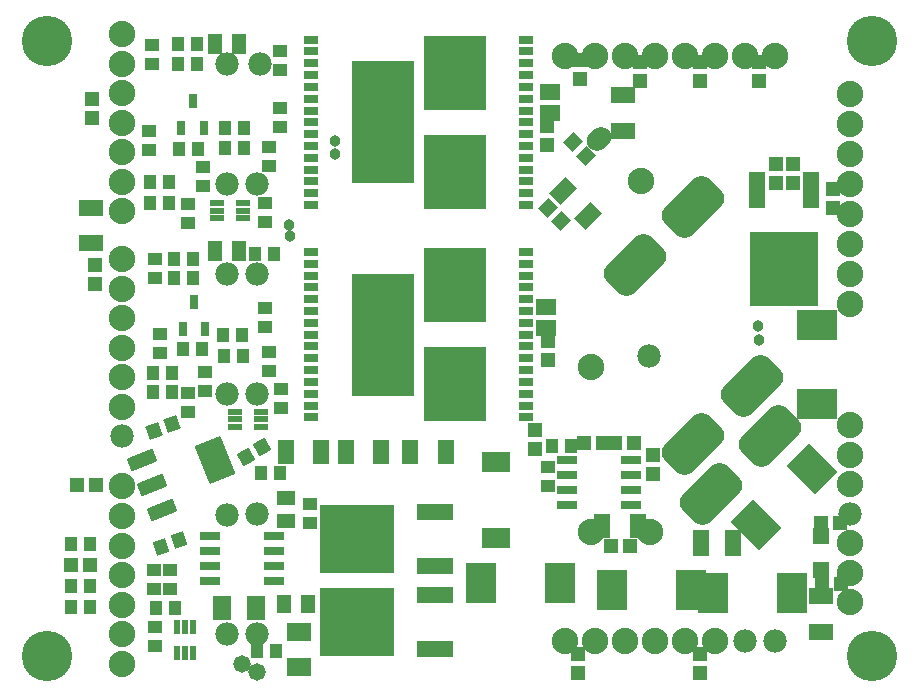
<source format=gbr>
%TF.GenerationSoftware,Altium Limited,Altium Designer,20.0.13 (296)*%
G04 Layer_Color=8388736*
%FSLAX45Y45*%
%MOMM*%
%TF.FileFunction,Soldermask,Top*%
%TF.Part,Single*%
G01*
G75*
%TA.AperFunction,SMDPad,CuDef*%
%ADD39R,1.30000X0.66500*%
%ADD40R,5.25000X6.23000*%
%ADD41R,5.25000X10.30000*%
%TA.AperFunction,ComponentPad*%
%ADD82C,2.23520*%
%ADD83C,1.98120*%
G04:AMPARAMS|DCode=84|XSize=1.7272mm|YSize=2.2352mm|CornerRadius=0mm|HoleSize=0mm|Usage=FLASHONLY|Rotation=135.000|XOffset=0mm|YOffset=0mm|HoleType=Round|Shape=Round|*
%AMOVALD84*
21,1,0.50800,1.72720,0.00000,0.00000,225.0*
1,1,1.72720,0.17961,0.17961*
1,1,1.72720,-0.17961,-0.17961*
%
%ADD84OVALD84*%

G04:AMPARAMS|DCode=85|XSize=5.2832mm|YSize=3.2512mm|CornerRadius=0.8636mm|HoleSize=0mm|Usage=FLASHONLY|Rotation=45.000|XOffset=0mm|YOffset=0mm|HoleType=Round|Shape=RoundedRectangle|*
%AMROUNDEDRECTD85*
21,1,5.28320,1.52400,0,0,45.0*
21,1,3.55600,3.25120,0,0,45.0*
1,1,1.72720,1.79605,0.71842*
1,1,1.72720,-0.71842,-1.79605*
1,1,1.72720,-1.79605,-0.71842*
1,1,1.72720,0.71842,1.79605*
%
%ADD85ROUNDEDRECTD85*%
%TA.AperFunction,ViaPad*%
%ADD86C,4.26720*%
%ADD87C,0.96520*%
%ADD88C,1.47320*%
%TA.AperFunction,SMDPad,CuDef*%
%ADD91R,1.10320X1.20320*%
%ADD92R,1.20320X1.10320*%
%ADD93R,1.15320X1.65320*%
%ADD94R,0.80320X1.20320*%
%ADD95R,1.15320X0.60320*%
%ADD96R,2.00320X1.35320*%
%ADD97R,1.20320X1.15320*%
G04:AMPARAMS|DCode=98|XSize=1.1532mm|YSize=1.2032mm|CornerRadius=0mm|HoleSize=0mm|Usage=FLASHONLY|Rotation=20.000|XOffset=0mm|YOffset=0mm|HoleType=Round|Shape=Rectangle|*
%AMROTATEDRECTD98*
4,1,4,-0.33607,-0.76253,-0.74759,0.36811,0.33607,0.76253,0.74759,-0.36811,-0.33607,-0.76253,0.0*
%
%ADD98ROTATEDRECTD98*%

G04:AMPARAMS|DCode=99|XSize=2.3532mm|YSize=1.1532mm|CornerRadius=0mm|HoleSize=0mm|Usage=FLASHONLY|Rotation=22.000|XOffset=0mm|YOffset=0mm|HoleType=Round|Shape=Rectangle|*
%AMROTATEDRECTD99*
4,1,4,-0.87493,-0.97538,-1.30692,0.09385,0.87493,0.97538,1.30692,-0.09385,-0.87493,-0.97538,0.0*
%
%ADD99ROTATEDRECTD99*%

G04:AMPARAMS|DCode=100|XSize=3.4532mm|YSize=2.3532mm|CornerRadius=0mm|HoleSize=0mm|Usage=FLASHONLY|Rotation=112.000|XOffset=0mm|YOffset=0mm|HoleType=Round|Shape=Rectangle|*
%AMROTATEDRECTD100*
4,1,4,1.73772,-1.16011,-0.44413,-2.04164,-1.73772,1.16011,0.44413,2.04164,1.73772,-1.16011,0.0*
%
%ADD100ROTATEDRECTD100*%

%ADD101R,1.75320X0.80320*%
G04:AMPARAMS|DCode=102|XSize=1.1032mm|YSize=1.2032mm|CornerRadius=0mm|HoleSize=0mm|Usage=FLASHONLY|Rotation=20.000|XOffset=0mm|YOffset=0mm|HoleType=Round|Shape=Rectangle|*
%AMROTATEDRECTD102*
4,1,4,-0.31257,-0.75398,-0.72410,0.37666,0.31257,0.75398,0.72410,-0.37666,-0.31257,-0.75398,0.0*
%
%ADD102ROTATEDRECTD102*%

%ADD103R,0.60320X1.15320*%
%ADD104R,1.50320X2.00320*%
%ADD105R,1.15320X1.60320*%
%ADD106R,2.00320X1.50320*%
%ADD107R,1.15320X1.20320*%
G04:AMPARAMS|DCode=108|XSize=1.1532mm|YSize=1.2032mm|CornerRadius=0mm|HoleSize=0mm|Usage=FLASHONLY|Rotation=210.000|XOffset=0mm|YOffset=0mm|HoleType=Round|Shape=Rectangle|*
%AMROTATEDRECTD108*
4,1,4,0.19855,0.80930,0.80015,-0.23270,-0.19855,-0.80930,-0.80015,0.23270,0.19855,0.80930,0.0*
%
%ADD108ROTATEDRECTD108*%

%ADD109R,1.35320X2.00320*%
%ADD110R,1.60320X1.15320*%
%ADD111R,6.30320X5.75320*%
%ADD112R,3.05320X1.45320*%
%ADD113R,2.65320X3.40320*%
%ADD114R,2.40320X1.80320*%
%ADD115R,1.34320X2.23320*%
%ADD116R,1.40320X1.40320*%
%ADD117R,1.40320X1.40320*%
G04:AMPARAMS|DCode=118|XSize=3.4032mm|YSize=2.6532mm|CornerRadius=0mm|HoleSize=0mm|Usage=FLASHONLY|Rotation=315.000|XOffset=0mm|YOffset=0mm|HoleType=Round|Shape=Rectangle|*
%AMROTATEDRECTD118*
4,1,4,-2.14126,0.26517,-0.26517,2.14126,2.14126,-0.26517,0.26517,-2.14126,-2.14126,0.26517,0.0*
%
%ADD118ROTATEDRECTD118*%

%ADD119R,3.40320X2.65320*%
%ADD120R,1.45320X3.05320*%
%ADD121R,5.75320X6.30320*%
G04:AMPARAMS|DCode=122|XSize=1.1532mm|YSize=1.2032mm|CornerRadius=0mm|HoleSize=0mm|Usage=FLASHONLY|Rotation=135.000|XOffset=0mm|YOffset=0mm|HoleType=Round|Shape=Rectangle|*
%AMROTATEDRECTD122*
4,1,4,0.83311,0.01768,-0.01768,-0.83311,-0.83311,-0.01768,0.01768,0.83311,0.83311,0.01768,0.0*
%
%ADD122ROTATEDRECTD122*%

G04:AMPARAMS|DCode=123|XSize=1.3532mm|YSize=2.0032mm|CornerRadius=0mm|HoleSize=0mm|Usage=FLASHONLY|Rotation=135.000|XOffset=0mm|YOffset=0mm|HoleType=Round|Shape=Rectangle|*
%AMROTATEDRECTD123*
4,1,4,1.18667,0.22981,-0.22981,-1.18667,-1.18667,-0.22981,0.22981,1.18667,1.18667,0.22981,0.0*
%
%ADD123ROTATEDRECTD123*%

%ADD124R,1.65320X1.35320*%
D39*
X6235700Y10871200D02*
D03*
Y10771200D02*
D03*
Y10671200D02*
D03*
Y10571200D02*
D03*
Y10471200D02*
D03*
Y10371200D02*
D03*
Y10271200D02*
D03*
Y10171200D02*
D03*
Y10071200D02*
D03*
Y9971200D02*
D03*
Y9871200D02*
D03*
Y9771200D02*
D03*
Y9671200D02*
D03*
Y9571200D02*
D03*
Y9471200D02*
D03*
X8055700D02*
D03*
Y9571200D02*
D03*
Y9671200D02*
D03*
Y9771200D02*
D03*
Y9871200D02*
D03*
Y9971200D02*
D03*
Y10071200D02*
D03*
Y10171200D02*
D03*
Y10271200D02*
D03*
Y10371200D02*
D03*
Y10471200D02*
D03*
Y10571200D02*
D03*
Y10671200D02*
D03*
Y10771200D02*
D03*
Y10871200D02*
D03*
X6235700Y9073295D02*
D03*
Y8973295D02*
D03*
Y8873295D02*
D03*
Y8773295D02*
D03*
Y8673295D02*
D03*
Y8573295D02*
D03*
Y8473295D02*
D03*
Y8373295D02*
D03*
Y8273295D02*
D03*
Y8173295D02*
D03*
Y8073295D02*
D03*
Y7973295D02*
D03*
Y7873295D02*
D03*
Y7773295D02*
D03*
Y7673295D02*
D03*
X8055700D02*
D03*
Y7773295D02*
D03*
Y7873295D02*
D03*
Y7973295D02*
D03*
Y8073295D02*
D03*
Y8173295D02*
D03*
Y8273295D02*
D03*
Y8373295D02*
D03*
Y8473295D02*
D03*
Y8573295D02*
D03*
Y8673295D02*
D03*
Y8773295D02*
D03*
Y8873295D02*
D03*
Y8973295D02*
D03*
Y9073295D02*
D03*
D40*
X7450700Y10587700D02*
D03*
Y9754700D02*
D03*
Y8789795D02*
D03*
Y7956795D02*
D03*
D41*
X6840700Y10171200D02*
D03*
Y8373295D02*
D03*
D82*
X8605894Y8102778D02*
D03*
X10795000Y6107995D02*
D03*
Y6357995D02*
D03*
Y6607995D02*
D03*
Y7107996D02*
D03*
Y7357996D02*
D03*
Y7607996D02*
D03*
X9024957Y9674703D02*
D03*
X4635500Y7088001D02*
D03*
Y6838001D02*
D03*
Y6588001D02*
D03*
Y6338000D02*
D03*
Y6088000D02*
D03*
Y5838000D02*
D03*
Y5588000D02*
D03*
Y9013800D02*
D03*
Y8763800D02*
D03*
Y8513800D02*
D03*
Y8263800D02*
D03*
Y8013799D02*
D03*
Y7763799D02*
D03*
Y10918800D02*
D03*
Y10668800D02*
D03*
Y10418800D02*
D03*
Y10168800D02*
D03*
Y9918799D02*
D03*
Y9668799D02*
D03*
Y9418799D02*
D03*
X9101900Y6705600D02*
D03*
X8601900D02*
D03*
X8382000Y10731500D02*
D03*
X8636000D02*
D03*
X8890000D02*
D03*
X9144000D02*
D03*
X9398000D02*
D03*
X9652000D02*
D03*
X9906000D02*
D03*
X10160000D02*
D03*
X9652000Y5778500D02*
D03*
X9398000D02*
D03*
X9144000D02*
D03*
X8890000D02*
D03*
X8636000D02*
D03*
X8382000D02*
D03*
X10795000Y10414000D02*
D03*
Y10160000D02*
D03*
Y9906000D02*
D03*
Y9652000D02*
D03*
Y9398000D02*
D03*
Y9144000D02*
D03*
Y8890000D02*
D03*
Y8636000D02*
D03*
D83*
X9098298Y8189602D02*
D03*
X10795000Y6857996D02*
D03*
X4635500Y7513799D02*
D03*
X5778500Y7870095D02*
D03*
X5524500D02*
D03*
Y6850380D02*
D03*
X5778500Y6858000D02*
D03*
Y9648095D02*
D03*
X5524500D02*
D03*
Y10664095D02*
D03*
X5803900D02*
D03*
X5524500Y8886095D02*
D03*
X5778500D02*
D03*
X5524500Y5842000D02*
D03*
X5778500D02*
D03*
X10160000Y5778500D02*
D03*
X9906000D02*
D03*
D84*
X8671403Y10028257D02*
D03*
D85*
X9625789Y7021689D02*
D03*
X10120764Y7516663D02*
D03*
X8975253Y8960013D02*
D03*
X9470227Y9454987D02*
D03*
X9473391Y7443991D02*
D03*
X9968365Y7938966D02*
D03*
D86*
X10985500Y5651500D02*
D03*
Y10858500D02*
D03*
X4000500D02*
D03*
Y5651500D02*
D03*
D87*
X10029966Y8328166D02*
D03*
X10018534Y8448530D02*
D03*
X6058421Y9212319D02*
D03*
X6045200Y9305283D02*
D03*
X6438900Y9906000D02*
D03*
Y10010846D02*
D03*
D88*
X5776778Y5518132D02*
D03*
X5649855Y5588005D02*
D03*
D91*
X5110500Y10833100D02*
D03*
X5270500D02*
D03*
X5110500Y10668000D02*
D03*
X5270500D02*
D03*
X5664200Y10121900D02*
D03*
X5504200D02*
D03*
X5668000Y9956800D02*
D03*
X5508000D02*
D03*
X5114300Y9944100D02*
D03*
X5274300D02*
D03*
X4873000Y9664700D02*
D03*
X5033000D02*
D03*
X5076200Y9017000D02*
D03*
X5236200D02*
D03*
X5761583Y9054572D02*
D03*
X5921584D02*
D03*
X4874980Y9486591D02*
D03*
X5034980D02*
D03*
X5072400Y8851900D02*
D03*
X5232400D02*
D03*
X5491500Y8369300D02*
D03*
X5651500D02*
D03*
X5655300Y8191500D02*
D03*
X5495300D02*
D03*
X5152400Y8255000D02*
D03*
X5312400D02*
D03*
X4898400Y8051800D02*
D03*
X5058400D02*
D03*
X4894600Y7886700D02*
D03*
X5054600D02*
D03*
X4923800Y6057900D02*
D03*
X5083800D02*
D03*
X5781317Y5698847D02*
D03*
X5941317D02*
D03*
X4199900Y6604000D02*
D03*
X4359900D02*
D03*
X4199900Y6248400D02*
D03*
X4359900D02*
D03*
X4199900Y6070600D02*
D03*
X4359900D02*
D03*
X5972800Y7200900D02*
D03*
X5812800D02*
D03*
X8276600Y7429500D02*
D03*
X8436600D02*
D03*
D92*
X4889500Y10828000D02*
D03*
Y10668000D02*
D03*
X5969000Y10613295D02*
D03*
Y10773295D02*
D03*
Y10130800D02*
D03*
Y10290800D02*
D03*
X5880100Y9804400D02*
D03*
Y9964400D02*
D03*
X4864100Y9940300D02*
D03*
Y10100300D02*
D03*
X5321300Y9635500D02*
D03*
Y9795500D02*
D03*
X5194300Y9318000D02*
D03*
Y9478000D02*
D03*
X5842000Y9330700D02*
D03*
Y9490700D02*
D03*
X4917400Y9014756D02*
D03*
Y8854756D02*
D03*
X4955500Y8219659D02*
D03*
Y8379659D02*
D03*
X5334000Y7899400D02*
D03*
Y8059400D02*
D03*
X5194300Y7717800D02*
D03*
Y7877800D02*
D03*
X5842000Y8437900D02*
D03*
Y8597900D02*
D03*
X5880100Y8064500D02*
D03*
Y8224500D02*
D03*
X5981700Y7755900D02*
D03*
Y7915900D02*
D03*
X5041900Y6219200D02*
D03*
Y6379200D02*
D03*
X4902200Y6219200D02*
D03*
Y6379200D02*
D03*
X4914900Y5896600D02*
D03*
Y5736600D02*
D03*
X6223000Y6778000D02*
D03*
Y6938000D02*
D03*
X8242300Y7095500D02*
D03*
Y7255500D02*
D03*
D93*
X5622125Y10833767D02*
D03*
X5422125D02*
D03*
X5624500Y9080500D02*
D03*
X5424500D02*
D03*
D94*
X5232400Y10351200D02*
D03*
X5327400Y10121200D02*
D03*
X5137400D02*
D03*
X5245100Y8649400D02*
D03*
X5340100Y8419400D02*
D03*
X5150100D02*
D03*
D95*
X5659900Y9488400D02*
D03*
Y9423400D02*
D03*
Y9358400D02*
D03*
X5439900D02*
D03*
Y9423400D02*
D03*
Y9488400D02*
D03*
X5808095Y7720927D02*
D03*
Y7655927D02*
D03*
Y7590926D02*
D03*
X5588095D02*
D03*
Y7655927D02*
D03*
Y7720927D02*
D03*
D96*
X4368800Y9446400D02*
D03*
Y9146400D02*
D03*
X8877300Y10398900D02*
D03*
Y10098900D02*
D03*
X10552903Y5857995D02*
D03*
Y6157995D02*
D03*
D97*
X4409700Y8963293D02*
D03*
Y8803293D02*
D03*
X8242300Y8162300D02*
D03*
Y8322300D02*
D03*
X9131300Y7357100D02*
D03*
Y7197100D02*
D03*
X8130700Y7565595D02*
D03*
Y7405595D02*
D03*
X10655300Y9445000D02*
D03*
Y9605000D02*
D03*
X10312400Y9660900D02*
D03*
Y9820900D02*
D03*
X10172700Y9660900D02*
D03*
Y9820900D02*
D03*
X8229600Y9978400D02*
D03*
Y10138400D02*
D03*
X9017000Y10524500D02*
D03*
Y10684500D02*
D03*
X8509000Y10537200D02*
D03*
Y10697200D02*
D03*
X8491954Y5668500D02*
D03*
Y5508500D02*
D03*
X9525000Y5668000D02*
D03*
Y5508000D02*
D03*
Y10679184D02*
D03*
Y10519184D02*
D03*
X10027364Y10679423D02*
D03*
Y10519423D02*
D03*
X4381500Y10367000D02*
D03*
Y10207000D02*
D03*
D98*
X4908164Y7559556D02*
D03*
X5058515Y7614279D02*
D03*
D99*
X4802390Y7311783D02*
D03*
X4888550Y7098530D02*
D03*
X4974709Y6885278D02*
D03*
D100*
X5426316Y7315801D02*
D03*
D101*
X5921500Y6286500D02*
D03*
Y6413500D02*
D03*
Y6540500D02*
D03*
Y6667500D02*
D03*
X5381500Y6286500D02*
D03*
Y6413500D02*
D03*
Y6540500D02*
D03*
Y6667500D02*
D03*
X8404900Y7315200D02*
D03*
Y7188200D02*
D03*
Y7061200D02*
D03*
Y6934200D02*
D03*
X8944900Y7315200D02*
D03*
Y7188200D02*
D03*
Y7061200D02*
D03*
Y6934200D02*
D03*
D102*
X4966724Y6576638D02*
D03*
X5117076Y6631362D02*
D03*
D103*
X5233900Y5681200D02*
D03*
X5168900D02*
D03*
X5103900D02*
D03*
Y5901200D02*
D03*
X5168900D02*
D03*
X5233900D02*
D03*
D104*
X5481100Y6057900D02*
D03*
X5771100D02*
D03*
D105*
X6208700Y6096000D02*
D03*
X6008700D02*
D03*
D106*
X6134100Y5562600D02*
D03*
Y5852600D02*
D03*
D107*
X4410700Y7099300D02*
D03*
X4250700D02*
D03*
X4199900Y6426200D02*
D03*
X4359900D02*
D03*
X8703300Y7454900D02*
D03*
X8543300D02*
D03*
X8810000D02*
D03*
X8970000D02*
D03*
X8931900Y6580600D02*
D03*
X8771900D02*
D03*
X10722600Y6261100D02*
D03*
X10562600D02*
D03*
X10709900Y6781800D02*
D03*
X10549900D02*
D03*
D108*
X5822382Y7418700D02*
D03*
X5683818Y7338700D02*
D03*
D109*
X7373900Y7378700D02*
D03*
X7073900D02*
D03*
X6830200D02*
D03*
X6530200D02*
D03*
X6322200D02*
D03*
X6022200D02*
D03*
X8701900Y6757307D02*
D03*
X9001900D02*
D03*
D110*
X6019800Y6994500D02*
D03*
Y6794500D02*
D03*
D111*
X6620700Y6642100D02*
D03*
Y5943600D02*
D03*
D112*
X7285700Y6870100D02*
D03*
Y6414100D02*
D03*
Y5715600D02*
D03*
Y6171600D02*
D03*
D113*
X8343900Y6273800D02*
D03*
X7673900D02*
D03*
X9453600Y6210300D02*
D03*
X8783600D02*
D03*
X9634500Y6184900D02*
D03*
X10304500D02*
D03*
D114*
X7797800Y6652300D02*
D03*
Y7292300D02*
D03*
D115*
X9540081Y6608470D02*
D03*
X9807081D02*
D03*
D116*
X10553700Y6384800D02*
D03*
D117*
Y6670800D02*
D03*
D118*
X9999319Y6760819D02*
D03*
X10473081Y7234581D02*
D03*
D119*
X10522047Y8456746D02*
D03*
Y7786746D02*
D03*
D120*
X10464200Y9597100D02*
D03*
X10008200Y9597100D02*
D03*
D121*
X10236200Y8932100D02*
D03*
D122*
X8242300Y9448800D02*
D03*
X8355437Y9335663D02*
D03*
X8565569Y9887531D02*
D03*
X8452431Y10000669D02*
D03*
D123*
X8580588Y9376050D02*
D03*
X8368455Y9588182D02*
D03*
D124*
X8255000Y10427800D02*
D03*
Y10247800D02*
D03*
X8224585Y8609606D02*
D03*
Y8429605D02*
D03*
%TF.MD5,e0cc463c15b97d487a3d31bd3ca67689*%
M02*

</source>
